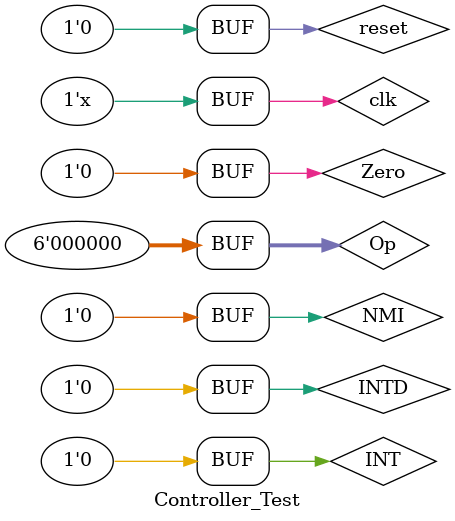
<source format=v>
`timescale 1ns / 1ps


module Controller_Test;

	// Inputs
	reg clk;
	reg reset;
	reg [5:0] Op;
	reg Zero;
	reg INT;
	reg INTD;
	reg NMI;

	// Outputs
	wire IorD;
	wire MemWrite;
	wire MemtoReg;
	wire IRWrite;
	wire PCSrc;
	wire [1:0] ALUSrcB;
	wire ALUSrcA;
	wire RegWrite;
	wire RegDst;
	wire PCEn;
	wire [1:0] ALUOp;
	wire [3:0] state;

	// Instantiate the Unit Under Test (UUT)
	Controller uut (
		.clk(clk), 
		.reset(reset), 
		.Op(Op), 
		.Zero(Zero), 
		.INT(INT), 
		.INTD(INTD), 
		.NMI(NMI), 
		.IorD(IorD), 
		.MemWrite(MemWrite), 
		.MemtoReg(MemtoReg), 
		.IRWrite(IRWrite), 
		.PCSrc(PCSrc), 
		.ALUSrcB(ALUSrcB), 
		.ALUSrcA(ALUSrcA), 
		.RegWrite(RegWrite), 
		.RegDst(RegDst), 
		.PCEn(PCEn), 
		.ALUOp(ALUOp), 
		.state(state)
	);

	initial begin
		// Initialize Inputs
		clk = 0;
		reset = 0;
		Op = 0;
		Zero = 0;
		INT = 0;
		INTD = 0;
		NMI = 0;

		// Wait 100 ns for global reset to finish
		#50;
		reset = 1;
		Op = 6'b000000;
		Zero = 0;
		#50;
		reset = 0;

      
		// Add stimulus here

	end
	always begin
	#50;
	clk = ~clk;
	end
    
      
endmodule


</source>
